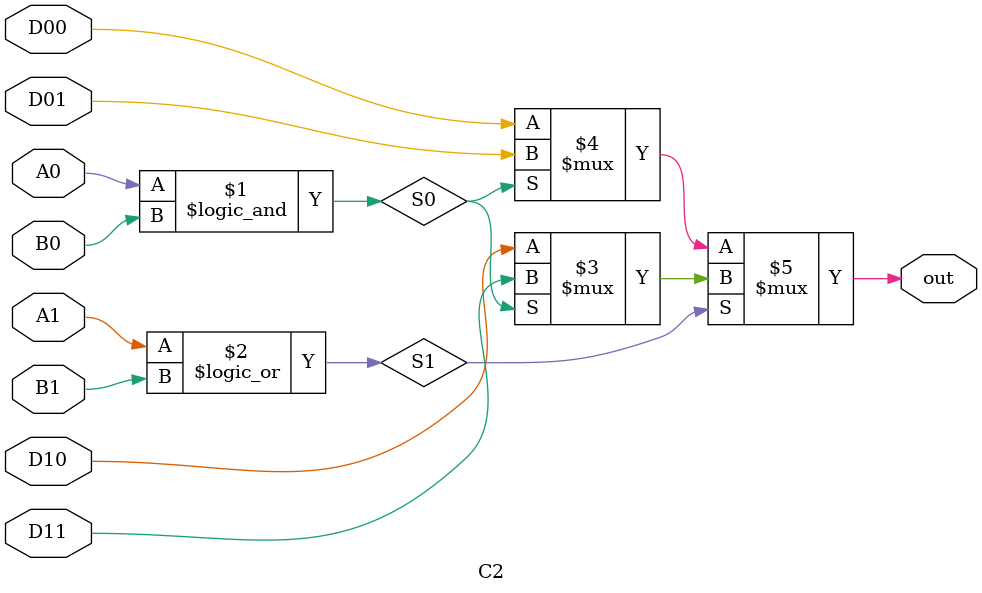
<source format=v>
module C2 (input D00, D01, D10, D11, A0, A1, B0, B1, output out);
    wire S0, S1;

    assign S0 = A0 && B0;
    assign S1 = A1 || B1;
    assign out = (S1) ? (S0 ? D11 : D10) : (S0 ? D01 : D00);

endmodule
</source>
